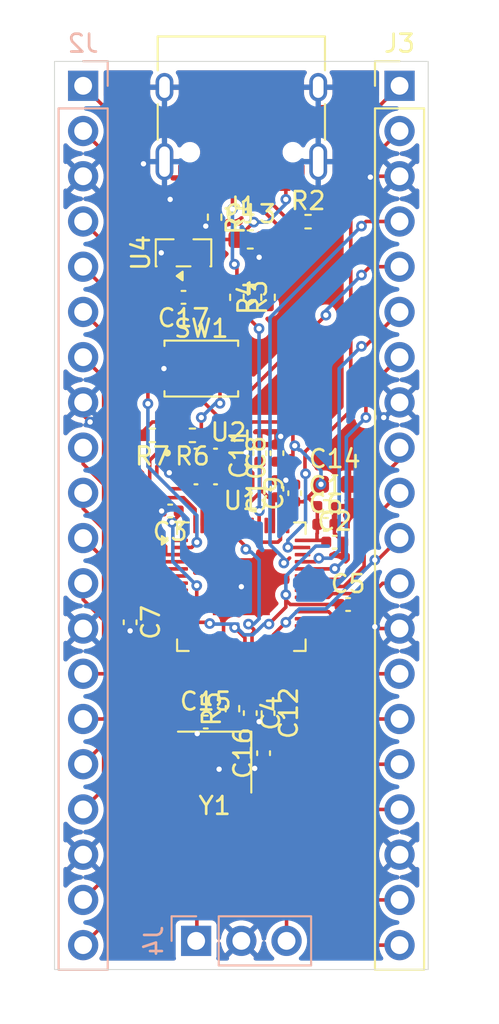
<source format=kicad_pcb>
(kicad_pcb (version 20241229) (generator "pcbnew") (generator_version "9.0")
  (layers (0 "F.Cu" signal) (2 "B.Cu" signal) (13 "F.Paste" user) (15 "B.Paste" user) (5 "F.SilkS" user "F.Silkscreen") (7 "B.SilkS" user "B.Silkscreen") (1 "F.Mask" user) (3 "B.Mask" user) (25 "Edge.Cuts" user))
  (net 0 "")
  (net 1 "+3V3")
  (net 2 "GND")
  (net 3 "+1V1")
  (net 4 "VBUS")
  (net 5 "XIN")
  (net 6 "Net-(C16-Pad2)")
  (net 7 "USB_D-")
  (net 8 "Net-(J1-CC1)")
  (net 9 "USB_D+")
  (net 10 "Net-(J1-CC2)")
  (net 11 "GPIO13")
  (net 12 "GPIO14")
  (net 13 "GPIO1")
  (net 14 "GPIO0")
  (net 15 "GPIO15")
  (net 16 "GPIO2")
  (net 17 "GPIO11")
  (net 18 "GPIO12")
  (net 19 "GPIO8")
  (net 20 "GPIO3")
  (net 21 "GPIO9")
  (net 22 "GPIO10")
  (net 23 "GPIO5")
  (net 24 "GPIO7")
  (net 25 "GPIO4")
  (net 26 "GPIO6")
  (net 27 "GPIO16")
  (net 28 "GPIO22")
  (net 29 "GPIO19")
  (net 30 "GPIO21")
  (net 31 "GPIO26_ADC2")
  (net 32 "GPIO18")
  (net 33 "GPIO23")
  (net 34 "GPIO26_ADC1")
  (net 35 "GPIO17")
  (net 36 "GPIO26_ADC0")
  (net 37 "GPIO20")
  (net 38 "GPIO24")
  (net 39 "GPIO26_ADC3")
  (net 40 "RUN")
  (net 41 "SWD")
  (net 42 "SWCLK")
  (net 43 "Net-(U1-USB_DP)")
  (net 44 "Net-(U1-USB_DM)")
  (net 45 "XOUT")
  (net 46 "Net-(R6-Pad1)")
  (net 47 "QSPI_SS")
  (net 48 "QSPI_SD2")
  (net 49 "QSPI_SD0")
  (net 51 "QSPI_SD1")
  (net 52 "QSPI_SCLK")
  (net 53 "QSPI_SD3")
  (footprint "Resistor_SMD:R_0402_1005Metric" (layer "F.Cu") (at 93.75 42.5)
    (property "Reference" "R2")
    (property "Value" "5k1")
  )
  (footprint "Capacitor_SMD:C_0603_1608Metric" (layer "F.Cu") (at 90.5 43.5)
    (property "Reference" "C13")
    (property "Value" "10uF")
  )
  (footprint "Capacitor_SMD:C_0603_1608Metric" (layer "F.Cu") (at 95.25 57.25)
    (property "Reference" "C14")
    (property "Value" "10uF")
  )
  (footprint "Resistor_SMD:R_0402_1005Metric" (layer "F.Cu") (at 89.5 69.85 90)
    (property "Reference" "R5")
    (property "Value" "1K")
  )
  (footprint "Resistor_SMD:R_0402_1005Metric" (layer "F.Cu") (at 89.75 46.75 -90)
    (property "Reference" "R3")
    (property "Value" "27")
  )
  (footprint "Package_DFN_QFN:QFN-56-1EP_7x7mm_P0.4mm_EP3.2x3.2mm" (layer "F.Cu") (at 90 63)
    (property "Reference" "U1")
    (property "Value" "RP2040")
  )
  (footprint "Capacitor_SMD:C_0402_1005Metric" (layer "F.Cu") (at 93 57.75 90)
    (property "Reference" "C9")
    (property "Value" "100nF")
  )
  (footprint "Capacitor_SMD:C_0402_1005Metric" (layer "F.Cu") (at 94.75 59.5)
    (property "Reference" "C6")
    (property "Value" "100nF")
  )
  (footprint "Capacitor_SMD:C_0402_1005Metric" (layer "F.Cu") (at 92 55.5 90)
    (property "Reference" "C8")
    (property "Value" "100nF")
  )
  (footprint "W25Q16JVUXIQ_TR:IC_W25Q16JVUXIQ_TR" (layer "F.Cu") (at 88 56.25)
    (property "Reference" "U2")
    (property "Value" "W25Q16JVUXIQ_TR")
  )
  (footprint "Resistor_SMD:R_0402_1005Metric" (layer "F.Cu") (at 87.25 54.5 180)
    (property "Reference" "R6")
    (property "Value" "5k1")
  )
  (footprint "Capacitor_SMD:C_0402_1005Metric" (layer "F.Cu") (at 91.04 55.5 90)
    (property "Reference" "C11")
    (property "Value" "100nF")
  )
  (footprint "Capacitor_SMD:C_0402_1005Metric" (layer "F.Cu") (at 88 70.6)
    (property "Reference" "C15")
    (property "Value" "33pF")
  )
  (footprint "Capacitor_SMD:C_0402_1005Metric" (layer "F.Cu") (at 83.75 65 -90)
    (property "Reference" "C7")
    (property "Value" "100nF")
  )
  (footprint "Capacitor_SMD:C_0402_1005Metric" (layer "F.Cu") (at 94.75 58.5)
    (property "Reference" "C1")
    (property "Value" "1uF")
  )
  (footprint "Connector_PinHeader_2.54mm:PinHeader_1x20_P2.54mm_Vertical" (layer "F.Cu") (at 98.89 34.87)
    (property "Reference" "J3")
    (property "Value" "Conn_01x20")
  )
  (footprint "Capacitor_SMD:C_0402_1005Metric" (layer "F.Cu") (at 90.5 70.1 -90)
    (property "Reference" "C4")
    (property "Value" "100nF")
  )
  (footprint "Button_Switch_SMD:SW_Push_SPST_NO_Alps_SKRK" (layer "F.Cu") (at 87.75 50.75)
    (property "Reference" "SW1")
    (property "Value" "SW_Push")
  )
  (footprint "Capacitor_SMD:C_0402_1005Metric" (layer "F.Cu") (at 86.75 46.75 180)
    (property "Reference" "C17")
    (property "Value" "100nF")
  )
  (footprint "Capacitor_SMD:C_0402_1005Metric" (layer "F.Cu") (at 86 58.75 180)
    (property "Reference" "C3")
    (property "Value" "100nF")
  )
  (footprint "Connector_USB:USB_C_Receptacle_HRO_TYPE-C-31-M-12" (layer "F.Cu") (at 90 36 180)
    (property "Reference" "J1")
    (property "Value" "USB_C_Receptacle_USB2.0_14P")
  )
  (footprint "Capacitor_SMD:C_0402_1005Metric" (layer "F.Cu") (at 91.25 72.35 90)
    (property "Reference" "C16")
    (property "Value" "33pF")
  )
  (footprint "Resistor_SMD:R_0402_1005Metric" (layer "F.Cu") (at 91.5 46.75 90)
    (property "Reference" "R4")
    (property "Value" "27")
  )
  (footprint "Capacitor_SMD:C_0402_1005Metric" (layer "F.Cu") (at 96 64)
    (property "Reference" "C5")
    (property "Value" "100nF")
  )
  (footprint "Package_TO_SOT_SMD:SOT-23" (layer "F.Cu") (at 86.75 44.25 90)
    (property "Reference" "U4")
    (property "Value" "MCP1700x-330xxTT")
  )
  (footprint "Resistor_SMD:R_0402_1005Metric" (layer "F.Cu") (at 85 54.5 180)
    (property "Reference" "R7")
    (property "Value" "5k1")
  )
  (footprint "Capacitor_SMD:C_0402_1005Metric" (layer "F.Cu") (at 92 57.5 90)
    (property "Reference" "C10")
    (property "Value" "1uF")
  )
  (footprint "Resistor_SMD:R_0402_1005Metric" (layer "F.Cu") (at 88.5 42.25 -90)
    (property "Reference" "R1")
    (property "Value" "5k1")
  )
  (footprint "Capacitor_SMD:C_0402_1005Metric" (layer "F.Cu") (at 95.25 60.5)
    (property "Reference" "C2")
    (property "Value" "100nF")
  )
  (footprint "Capacitor_SMD:C_0402_1005Metric" (layer "F.Cu") (at 91.5 70.1 -90)
    (property "Reference" "C12")
    (property "Value" "100nF")
  )
  (footprint "Crystal:Crystal_SMD_3225-4Pin_3.2x2.5mm" (layer "F.Cu") (at 88.5 72.85 180)
    (property "Reference" "Y1")
    (property "Value" "12MHz")
  )
  (footprint "Connector_PinHeader_2.54mm:PinHeader_1x20_P2.54mm_Vertical" (layer "B.Cu") (at 81.11 34.87 180)
    (property "Reference" "J2")
    (property "Value" "Conn_01x20")
  )
  (footprint "Connector_PinHeader_2.54mm:PinHeader_1x03_P2.54mm_Vertical" (layer "B.Cu") (at 87.46 82.89 -90)
    (property "Reference" "J4")
    (property "Value" "Conn_01x03")
  )
  (gr_rect (start 79.5 33.5) (end 100.5 84.5) (stroke (width 0.05)) (fill no) (layer "Edge.Cuts"))
  (segment (start 87.25 49.46384) (end 87.23 49.44384) (width 0.2) (layer "F.Cu") (net 1))
  (segment (start 92.420057 55.98) (end 92 55.98) (width 0.2) (layer "F.Cu") (net 1))
  (segment (start 92.5 63.75) (end 92.5 63.449997) (width 0.2) (layer "F.Cu") (net 1))
  (segment (start 89.25 54) (end 87.25 52) (width 0.2) (layer "F.Cu") (net 1))
  (segment (start 89.25 55.5) (end 90.101 54.649) (width 0.2) (layer "F.Cu") (net 1))
  (segment (start 94.25 58.5) (end 93.7375 57.9875) (width 0.2) (layer "F.Cu") (net 1))
  (segment (start 93.7375 57.9875) (end 94.475 57.25) (width 0.2) (layer "F.Cu") (net 1))
  (segment (start 93.4375 64) (end 92.75 64) (width 0.2) (layer "F.Cu") (net 1))
  (segment (start 88.156272 65) (end 87.5 65) (width 0.2) (layer "F.Cu") (net 1))
  (segment (start 85 53.75) (end 84.49 54.26) (width 0.2) (layer "F.Cu") (net 1))
  (segment (start 90.2 66.4375) (end 90.2 65.869916) (width 0.2) (layer "F.Cu") (net 1))
  (segment (start 89.25 55.5) (end 89.25 54) (width 0.2) (layer "F.Cu") (net 1))
  (segment (start 87.23 46.75) (end 87.23 45.6575) (width 0.2) (layer "F.Cu") (net 1))
  (segment (start 88.224438 65.068166) (end 88.156272 65) (width 0.2) (layer "F.Cu") (net 1))
  (segment (start 96.75 45.5) (end 97.22 45.03) (width 0.2) (layer "F.Cu") (net 1))
  (segment (start 86.48 59.008671) (end 86.103932 59.384739) (width 0.2) (layer "F.Cu") (net 1))
  (segment (start 92.2 59.5625) (end 92.2 60.35313) (width 0.2) (layer "F.Cu") (net 1))
  (segment (start 85 64) (end 84.48 64.52) (width 0.2) (layer "F.Cu") (net 1))
  (segment (start 97.22 45.03) (end 98.89 45.03) (width 0.2) (layer "F.Cu") (net 1))
  (segment (start 92.5 64.150057) (end 92.5 63.449997) (width 0.2) (layer "F.Cu") (net 1))
  (segment (start 92.751057 55.649) (end 92.420057 55.98) (width 0.2) (layer "F.Cu") (net 1))
  (segment (start 87.5 64.402226) (end 87.097774 64) (width 0.2) (layer "F.Cu") (net 1))
  (segment (start 93.25 58.23) (end 93.495 58.23) (width 0.2) (layer "F.Cu") (net 1))
  (segment (start 87.25 52) (end 85.5 53.75) (width 0.2) (layer "F.Cu") (net 1))
  (segment (start 94.27 60) (end 94.25 60.02) (width 0.2) (layer "F.Cu") (net 1))
  (segment (start 87.156272 64) (end 86.5625 64) (width 0.2) (layer "F.Cu") (net 1))
  (segment (start 87.23 45.6575) (end 87.7 45.1875) (width 0.2) (layer "F.Cu") (net 1))
  (segment (start 93 58.23) (end 93 59.1625) (width 0.2) (layer "F.Cu") (net 1))
  (segment (start 84.48 64.52) (end 83.75 64.52) (width 0.2) (layer "F.Cu") (net 1))
  (segment (start 94.27 58.5) (end 94.27 59.5) (width 0.2) (layer "F.Cu") (net 1))
  (segment (start 87.5 65) (end 87.5 64.402226) (width 0.2) (layer "F.Cu") (net 1))
  (segment (start 85.5 53.75) (end 85 53.75) (width 0.2) (layer "F.Cu") (net 1))
  (segment (start 91 60.5) (end 90.599 60.099) (width 0.2) (layer "F.Cu") (net 1))
  (segment (start 94.25 60.02) (end 94.25 60.399) (width 0.2) (layer "F.Cu") (net 1))
  (segment (start 92.05313 60.5) (end 91 60.5) (width 0.2) (layer "F.Cu") (net 1))
  (segment (start 90.101 54.649) (end 90.101 54.25) (width 0.2) (layer "F.Cu") (net 1))
  (segment (start 92.89755 55.649) (end 92.751057 55.649) (width 0.2) (layer "F.Cu") (net 1))
  (segment (start 90.601 53.75) (end 92.25 53.75) (width 0.2) (layer "F.Cu") (net 1))
  (segment (start 92.89755 55.08245) (end 92.89755 55.649) (width 0.2) (layer "F.Cu") (net 1))
  (segment (start 91.650057 65) (end 92.5 64.150057) (width 0.2) (layer "F.Cu") (net 1))
  (segment (start 87.25 52) (end 87.25 49.46384) (width 0.2) (layer "F.Cu") (net 1))
  (segment (start 90.2 66.4375) (end 90.2 68.22) (width 0.2) (layer "F.Cu") (net 1))
  (segment (start 92.89755 54.39755) (end 92.89755 55.08245) (width 0.2) (layer "F.Cu") (net 1))
  (segment (start 87.23 49.44384) (end 87.23 46.75) (width 0.2) (layer "F.Cu") (net 1))
  (segment (start 86.48 58.75) (end 86.48 59.008671) (width 0.2) (layer "F.Cu") (net 1))
  (segment (start 87.203136 64.046864) (end 87.156272 64) (width 0.2) (layer "F.Cu") (net 1))
  (segment (start 92.2 59.5625) (end 92.6 59.5625) (width 0.2) (layer "F.Cu") (net 1))
  (segment (start 93 59.1625) (end 92.6 59.5625) (width 0.2) (layer "F.Cu") (net 1))
  (segment (start 94.27 59.5) (end 94.27 60) (width 0.2) (layer "F.Cu") (net 1))
  (segment (start 94.669 60.399) (end 94.25 60.399) (width 0.2) (layer "F.Cu") (net 1))
  (segment (start 90.101 54.25) (end 90.601 53.75) (width 0.2) (layer "F.Cu") (net 1))
  (segment (start 92.25 53.75) (end 92.89755 54.39755) (width 0.2) (layer "F.Cu") (net 1))
  (segment (start 90.599 60.099) (end 90.599 59.7286) (width 0.2) (layer "F.Cu") (net 1))
  (segment (start 87.25 52) (end 87.25 51) (width 0.2) (layer "F.Cu") (net 1))
  (segment (start 93 55.08245) (end 92.89755 55.08245) (width 0.2) (layer "F.Cu") (net 1))
  (segment (start 93.495 58.23) (end 93.7375 57.9875) (width 0.2) (layer "F.Cu") (net 1))
  (segment (start 87.493071 63.756929) (end 87.203136 64.046864) (width 0.2) (layer "F.Cu") (net 1))
  (segment (start 95.52 64) (end 93.4375 64) (width 0.2) (layer "F.Cu") (net 1))
  (segment (start 90.2 65.869916) (end 89.62381 65.293726) (width 0.2) (layer "F.Cu") (net 1))
  (segment (start 94.27 58.5) (end 94.25 58.5) (width 0.2) (layer "F.Cu") (net 1))
  (segment (start 90.2 68.22) (end 90.5 68.52) (width 0.2) (layer "F.Cu") (net 1))
  (segment (start 86.5625 64) (end 85 64) (width 0.2) (layer "F.Cu") (net 1))
  (segment (start 94.75 47.75) (end 90.101 52.399) (width 0.2) (layer "F.Cu") (net 1))
  (segment (start 90.2 59.5625) (end 90.6 59.5625) (width 0.2) (layer "F.Cu") (net 1))
  (segment (start 90.101 52.399) (end 90.101 54.25) (width 0.2) (layer "F.Cu") (net 1))
  (segment (start 92.75 64) (end 92.5 63.75) (width 0.2) (layer "F.Cu") (net 1))
  (segment (start 87.493071 62.937878) (end 87.493071 63.756929) (width 0.2) (layer "F.Cu") (net 1))
  (segment (start 92.2 60.35313) (end 92.05313 60.5) (width 0.2) (layer "F.Cu") (net 1))
  (segment (start 94.25 60.399) (end 93.4375 60.399) (width 0.2) (layer "F.Cu") (net 1))
  (segment (start 84.49 54.26) (end 84.49 54.5) (width 0.2) (layer "F.Cu") (net 1))
  (segment (start 90.5 68.52) (end 90.5 69.62) (width 0.2) (layer "F.Cu") (net 1))
  (via (at 87.493071 62.937878) (size 0.6) (drill 0.3) (layers "F.Cu" "B.Cu") (net 1))
  (via (at 86.103932 59.384739) (size 0.6) (drill 0.3) (layers "F.Cu" "B.Cu") (net 1))
  (via (at 96.75 45.5) (size 0.6) (drill 0.3) (layers "F.Cu" "B.Cu") (net 1))
  (via (at 94.475 57.25) (size 0.6) (drill 0.3) (layers "F.Cu" "B.Cu") (net 1))
  (via (at 89.62381 65.293726) (size 0.6) (drill 0.3) (layers "F.Cu" "B.Cu") (net 1))
  (via (at 93 55.08245) (size 0.6) (drill 0.3) (layers "F.Cu" "B.Cu") (net 1))
  (via (at 94.75 47.75) (size 0.6) (drill 0.3) (layers "F.Cu" "B.Cu") (net 1))
  (via (at 88.224438 65.068166) (size 0.6) (drill 0.3) (layers "F.Cu" "B.Cu") (net 1))
  (via (at 92.5 63.449997) (size 0.6) (drill 0.3) (layers "F.Cu" "B.Cu") (net 1))
  (via (at 91.55147 65.1) (size 0.6) (drill 0.3) (layers "F.Cu" "B.Cu") (net 1))
  (segment (start 86 59.488671) (end 86.103932 59.384739) (width 0.2) (layer "B.Cu") (net 1))
  (segment (start 86 59.5) (end 86 59.488671) (width 0.2) (layer "B.Cu") (net 1))
  (segment (start 91.26749 65.100002) (end 90.866492 65.501) (width 0.2) (layer "B.Cu") (net 1))
  (segment (start 87.493071 62.937878) (end 86.15 61.594807) (width 0.2) (layer "B.Cu") (net 1))
  (segment (start 86.15 61.594807) (end 86.15 59.65) (width 0.2) (layer "B.Cu") (net 1))
  (segment (start 90.866492 65.501) (end 90.848945 65.501) (width 0.2) (layer "B.Cu") (net 1))
  (segment (start 89.799002 65.100002) (end 88.256274 65.100002) (width 0.2) (layer "B.Cu") (net 1))
  (segment (start 93.243285 55.325735) (end 93.325735 55.325735) (width 0.2) (layer "B.Cu") (net 1))
  (segment (start 90.848945 65.501) (end 90.648945 65.701) (width 0.2) (layer "B.Cu") (net 1))
  (segment (start 90.151059 65.701) (end 89.799002 65.348943) (width 0.2) (layer "B.Cu") (net 1))
  (segment (start 94.183807 60.721022) (end 92.5 62.404829) (width 0.2) (layer "B.Cu") (net 1))
  (segment (start 94.75 47.75) (end 94.75 47.5) (width 0.2) (layer "B.Cu") (net 1))
  (segment (start 94.475 56.475) (end 94.475 57.25) (width 0.2) (layer "B.Cu") (net 1))
  (segment (start 93 55.08245) (end 93.243285 55.325735) (width 0.2) (layer "B.Cu") (net 1))
  (segment (start 92.5 62.404829) (end 92.5 63.449997) (width 0.2) (layer "B.Cu") (net 1))
  (segment (start 86.15 59.65) (end 86 59.5) (width 0.2) (layer "B.Cu") (net 1))
  (segment (start 90.648945 65.701) (end 90.151059 65.701) (width 0.2) (layer "B.Cu") (net 1))
  (segment (start 89.799002 65.348943) (end 89.799002 65.100002) (width 0.2) (layer "B.Cu") (net 1))
  (segment (start 91.551468 65.100002) (end 91.26749 65.100002) (width 0.2) (layer "B.Cu") (net 1))
  (segment (start 94.75 47.5) (end 96.75 45.5) (width 0.2) (layer "B.Cu") (net 1))
  (segment (start 91.55147 65.1) (end 91.551468 65.100002) (width 0.2) (layer "B.Cu") (net 1))
  (segment (start 88.256274 65.100002) (end 88.224438 65.068166) (width 0.2) (layer "B.Cu") (net 1))
  (segment (start 94.888387 60.721022) (end 94.183807 60.721022) (width 0.2) (layer "B.Cu") (net 1))
  (segment (start 93.325735 55.325735) (end 94.475 56.475) (width 0.2) (layer "B.Cu") (net 1))
  (segment (start 85.8 44.55) (end 85.5 44.25) (width 0.2) (layer "F.Cu") (net 2))
  (segment (start 85.8 45.1875) (end 85.8 44.55) (width 0.2) (layer "F.Cu") (net 2))
  (segment (start 91.275 43.5) (end 91.275 44.225) (width 0.2) (layer "F.Cu") (net 2))
  (segment (start 95.23 59.5) (end 95.23 60) (width 0.2) (layer "F.Cu") (net 2))
  (segment (start 88.01 42.76) (end 88 42.75) (width 0.2) (layer "F.Cu") (net 2))
  (segment (start 98.89 65.35) (end 97.6 65.35) (width 0.2) (layer "F.Cu") (net 2))
  (segment (start 86.75 40.045) (end 86.75 40.5) (width 0.2) (layer "F.Cu") (net 2))
  (segment (start 85.65 50.75) (end 85.65 49.35) (width 0.2) (layer "F.Cu") (net 2))
  (segment (start 88.5 42.76) (end 88.01 42.76) (width 0.2) (layer "F.Cu") (net 2))
  (segment (start 90.703746 55.02) (end 90.271308 55.452438) (width 0.2) (layer "F.Cu") (net 2))
  (segment (start 89.2 73.7) (end 88.75 73.25) (width 0.2) (layer "F.Cu") (net 2))
  (segment (start 91.04 55.02) (end 90.703746 55.02) (width 0.2) (layer "F.Cu") (net 2))
  (segment (start 95.73 60.5) (end 95.73 61.25) (width 0.2) (layer "F.Cu") (net 2))
  (segment (start 94.26 42.5) (end 94.26 42.49) (width 0.2) (layer "F.Cu") (net 2))
  (segment (start 93.25 40.25) (end 94 41) (width 0.2) (layer "F.Cu") (net 2))
  (segment (start 98.89 52.65) (end 98.85 52.65) (width 0.2) (layer "F.Cu") (net 2))
  (segment (start 86.349998 57) (end 86.75 57) (width 0.2) (layer "F.Cu") (net 2))
  (segment (start 91.5 70.58) (end 90.5 70.58) (width 0.2) (layer "F.Cu") (net 2))
  (segment (start 98.89 39.95) (end 97.3 39.95) (width 0.2) (layer "F.Cu") (net 2))
  (segment (start 86.27 45.6575) (end 85.8 45.1875) (width 0.2) (layer "F.Cu") (net 2))
  (segment (start 86.75 40.5) (end 86 41.25) (width 0.2) (layer "F.Cu") (net 2))
  (segment (start 85.949998 56.6) (end 86.349998 57) (width 0.2) (layer "F.Cu") (net 2))
  (segment (start 81.11 53.36) (end 81.5 53.75) (width 0.2) (layer "F.Cu") (net 2))
  (segment (start 87.52 70.6) (end 87.52 71.88) (width 0.2) (layer "F.Cu") (net 2))
  (segment (start 89.6 73.7) (end 89.2 73.7) (width 0.2) (layer "F.Cu") (net 2))
  (segment (start 92 54.770607) (end 92.21104 54.559567) (width 0.2) (layer "F.Cu") (net 2))
  (segment (start 90.665 73.415) (end 90.750825 73.329175) (width 0.2) (layer "F.Cu") (net 2))
  (segment (start 94.32 34.95) (end 93.05 34.95) (width 0.2) (layer "F.Cu") (net 2))
  (segment (start 97.6 65.35) (end 97.5 65.25) (width 0.2) (layer "F.Cu") (net 2))
  (segment (start 91.275 44.225) (end 91 44.5) (width 0.2) (layer "F.Cu") (net 2))
  (segment (start 90.750825 73.329175) (end 90.750825 73.204187) (width 0.2) (layer "F.Cu") (net 2))
  (segment (start 97.3 39.95) (end 97.25 40) (width 0.2) (layer "F.Cu") (net 2))
  (segment (start 89 66.4375) (end 89 64) (width 0.2) (layer "F.Cu") (net 2))
  (segment (start 87.52 71.88) (end 87.4 72) (width 0.2) (layer "F.Cu") (net 2))
  (segment (start 93.25 40.045) (end 93.25 40.25) (width 0.2) (layer "F.Cu") (net 2))
  (segment (start 93.05 34.95) (end 93 35) (width 0.2) (layer "F.Cu") (net 2))
  (segment (start 85.65 49.35) (end 86 49) (width 0.2) (layer "F.Cu") (net 2))
  (segment (start 85.68 39.13) (end 84.62 39.13) (width 0.2) (layer "F.Cu") (net 2))
  (segment (start 89.6 73.7) (end 90.38 73.7) (width 0.2) (layer "F.Cu") (net 2))
  (segment (start 95.23 60) (end 95.73 60.5) (width 0.2) (layer "F.Cu") (net 2))
  (segment (start 86.27 46.75) (end 86.27 45.6575) (width 0.2) (layer "F.Cu") (net 2))
  (segment (start 95.23 58.5) (end 95.23 59.5) (width 0.2) (layer "F.Cu") (net 2))
  (segment (start 81.11 52.65) (end 81.11 53.36) (width 0.2) (layer "F.Cu") (net 2))
  (segment (start 90.38 73.7) (end 90.665 73.415) (width 0.2) (layer "F.Cu") (net 2))
  (segment (start 90.665 73.415) (end 91.25 72.83) (width 0.2) (layer "F.Cu") (net 2))
  (segment (start 92 55.02) (end 92 54.770607) (width 0.2) (layer "F.Cu") (net 2))
  (segment (start 98.85 52.65) (end 98 53.5) (width 0.2) (layer "F.Cu") (net 2))
  (segment (start 89 64) (end 90 63) (width 0.2) (layer "F.Cu") (net 2))
  (segment (start 84.62 39.13) (end 84.5 39.25) (width 0.2) (layer "F.Cu") (net 2))
  (via (at 86 41.25) (size 0.6) (drill 0.3) (layers "F.Cu" "B.Cu") (net 2))
  (via (at 85.65 50.75) (size 0.6) (drill 0.3) (layers "F.Cu" "B.Cu") (net 2))
  (via (at 81.5 53.75) (size 0.6) (drill 0.3) (layers "F.Cu" "B.Cu") (net 2))
  (via (at 97.5 65.25) (size 0.6) (drill 0.3) (layers "F.Cu" "B.Cu") (net 2))
  (via (at 85.949998 56.6) (size 0.6) (drill 0.3) (layers "F.Cu" "B.Cu") (net 2))
  (via (at 91 70.58) (size 0.6) (drill 0.3) (layers "F.Cu" "B.Cu") (net 2))
  (via (at 91 44.5) (size 0.6) (drill 0.3) (layers "F.Cu" "B.Cu") (net 2))
  (via (at 92.5 57.02) (size 0.6) (drill 0.3) (layers "F.Cu" "B.Cu") (net 2))
  (via (at 88.75 73.25) (size 0.6) (drill 0.3) (layers "F.Cu" "B.Cu") (net 2))
  (via (at 88 42.75) (size 0.6) (drill 0.3) (layers "F.Cu" "B.Cu") (net 2))
  (via (at 84.5 39.25) (size 0.6) (drill 0.3) (layers "F.Cu" "B.Cu") (net 2))
  (via (at 90.271308 55.452438) (size 0.6) (drill 0.3) (layers "F.Cu" "B.Cu") (net 2))
  (via (at 90.750825 73.204187) (size 0.6) (drill 0.3) (layers "F.Cu" "B.Cu") (net 2))
  (via (at 85.5 44.25) (size 0.6) (drill 0.3) (layers "F.Cu" "B.Cu") (net 2))
  (via (at 87.52 71.25) (size 0.6) (drill 0.3) (layers "F.Cu" "B.Cu") (net 2))
  (via (at 97.25 40) (size 0.6) (drill 0.3) (layers "F.Cu" "B.Cu") (net 2))
  (via (at 92.21104 54.559567) (size 0.6) (drill 0.3) (layers "F.Cu" "B.Cu") (net 2))
  (via (at 90 63) (size 0.6) (drill 0.3) (layers "F.Cu" "B.Cu") (net 2))
  (via (at 85.52 58.75) (size 0.6) (drill 0.3) (layers "F.Cu" "B.Cu") (net 2))
  (via (at 98 53.5) (size 0.6) (drill 0.3) (layers "F.Cu" "B.Cu") (net 2))
  (via (at 83.75 65.48) (size 0.6) (drill 0.3) (layers "F.Cu" "B.Cu") (net 2))
  (segment (start 84.5 50.75) (end 85.65 50.75) (width 0.2) (layer "B.Cu") (net 2))
  (segment (start 81.5 53.75) (end 84.5 50.75) (width 0.2) (layer "B.Cu") (net 2))
  (segment (start 90.25 60.75) (end 89.8 60.3) (width 0.2) (layer "F.Cu") (net 3))
  (segment (start 89.8 58.95) (end 91.04 57.71) (width 0.2) (layer "F.Cu") (net 3))
  (segment (start 91.8 59.5625) (end 91.8 58.18) (width 0.2) (layer "F.Cu") (net 3))
  (segment (start 91.04 57.5) (end 91.52 57.98) (width 0.2) (layer "F.Cu") (net 3))
  (segment (start 90.700392 65.549608) (end 90.6 65.65) (width 0.2) (layer "F.Cu") (net 3))
  (segment (start 90.6 67.6) (end 91.5 68.5) (width 0.2) (layer "F.Cu") (net 3))
  (segment (start 91.8 58.18) (end 92 57.98) (width 0.2) (layer "F.Cu") (net 3))
  (segment (start 89.8 60.3) (end 89.8 59.5625) (width 0.2) (layer "F.Cu") (net 3))
  (segment (start 91.04 57.71) (end 91.04 57.5) (width 0.2) (layer "F.Cu") (net 3))
  (segment (start 91.52 57.98) (end 92 57.98) (width 0.2) (layer "F.Cu") (net 3))
  (segment (start 90.6 66.4375) (end 90.6 67.6) (width 0.2) (layer "F.Cu") (net 3))
  (segment (start 89.8 59.5625) (end 89.8 58.95) (width 0.2) (layer "F.Cu") (net 3))
  (segment (start 91.5 68.5) (end 91.5 69.62) (width 0.2) (layer "F.Cu") (net 3))
  (segment (start 90.6 65.65) (end 90.6 66.4375) (width 0.2) (layer "F.Cu") (net 3))
  (segment (start 90.25 60.899998) (end 90.25 60.75) (width 0.2) (layer "F.Cu") (net 3))
  (segment (start 90.700392 65.40039) (end 90.700392 65.549608) (width 0.2) (layer "F.Cu") (net 3))
  (segment (start 91.04 57.5) (end 91.04 55.98) (width 0.2) (layer "F.Cu") (net 3))
  (segment (start 90.400002 65.1) (end 90.700392 65.40039) (width 0.2) (layer "F.Cu") (net 3))
  (via (at 90.25 60.899998) (size 0.6) (drill 0.3) (layers "F.Cu" "B.Cu") (net 3))
  (via (at 90.400002 65.1) (size 0.6) (drill 0.3) (layers "F.Cu" "B.Cu") (net 3))
  (segment (start 90.401473 61.051471) (end 90.551471 61.051471) (width 0.2) (layer "B.Cu") (net 3))
  (segment (start 90.551471 61.051471) (end 91 61.5) (width 0.2) (layer "B.Cu") (net 3))
  (segment (start 91 61.5) (end 91 64.800392) (width 0.2) (layer "B.Cu") (net 3))
  (segment (start 90.700392 65.1) (end 90.400002 65.1) (width 0.2) (layer "B.Cu") (net 3))
  (segment (start 90.25 60.899998) (end 90.401473 61.051471) (width 0.2) (layer "B.Cu") (net 3))
  (segment (start 91 64.800392) (end 90.700392 65.1) (width 0.2) (layer "B.Cu") (net 3))
  (segment (start 94.482992 36.051) (end 97.709 36.051) (width 0.2) (layer "F.Cu") (net 4))
  (segment (start 90.699999 42.525001) (end 89.725 43.5) (width 0.2) (layer "F.Cu") (net 4))
  (segment (start 92.214 39.809) (end 92.45 40.045) (width 0.2) (layer "F.Cu") (net 4))
  (segment (start 92.214 38.319992) (end 94.482992 36.051) (width 0.2) (layer "F.Cu") (net 4))
  (segment (start 86.75 41.75) (end 87.55 40.95) (width 0.2) (layer "F.Cu") (net 4))
  (segment (start 97.709 36.051) (end 98.89 34.87) (width 0.2) (layer "F.Cu") (net 4))
  (segment (start 92.214 38.319992) (end 92.214 39.809) (width 0.2) (layer "F.Cu") (net 4))
  (segment (start 89.725 43.5) (end 86.9375 43.5) (width 0.2) (layer "F.Cu") (net 4))
  (segment (start 87.55 40.95) (end 87.55 40.045) (width 0.2) (layer "F.Cu") (net 4))
  (segment (start 86.9375 43.5) (end 86.75 43.3125) (width 0.2) (layer "F.Cu") (net 4))
  (segment (start 92.5 41.25) (end 92.5 40.095) (width 0.2) (layer "F.Cu") (net 4))
  (segment (start 86.75 41.75) (end 86.75 43.3125) (width 0.2) (layer "F.Cu") (net 4))
  (segment (start 92.5 40.095) (end 92.45 40.045) (width 0.2) (layer "F.Cu") (net 4))
  (via (at 90.699999 42.525001) (size 0.6) (drill 0.3) (layers "F.Cu" "B.Cu") (net 4))
  (via (at 92.5 41.25) (size 0.6) (drill 0.3) (layers "F.Cu" "B.Cu") (net 4))
  (segment (start 91.474999 42.525001) (end 92.538265 41.461735) (width 0.2) (layer "B.Cu") (net 4))
  (segment (start 90.699999 42.525001) (end 91.474999 42.525001) (width 0.2) (layer "B.Cu") (net 4))
  (segment (start 92.5 41.42347) (end 92.5 41.25) (width 0.2) (layer "B.Cu") (net 4))
  (segment (start 92.538265 41.461735) (end 92.5 41.42347) (width 0.2) (layer "B.Cu") (net 4))
  (segment (start 88.48 72.62) (end 88.48 70.6) (width 0.2) (layer "F.Cu") (net 5))
  (segment (start 89.4 67.35) (end 88.75 68) (width 0.2) (layer "F.Cu") (net 5))
  (segment (start 89.4 66.4375) (end 89.4 67.35) (width 0.2) (layer "F.Cu") (net 5))
  (segment (start 88.48 68.77) (end 88.48 70.6) (width 0.2) (layer "F.Cu") (net 5))
  (segment (start 88.75 68) (end 88.75 68.5) (width 0.2) (layer "F.Cu") (net 5))
  (segment (start 88.75 68.5) (end 88.48 68.77) (width 0.2) (layer "F.Cu") (net 5))
  (segment (start 87.4 73.7) (end 88.48 72.62) (width 0.2) (layer "F.Cu") (net 5))
  (segment (start 89.6 71.75) (end 91.13 71.75) (width 0.2) (layer "F.Cu") (net 6))
  (segment (start 89.5 71.9) (end 89.6 72) (width 0.2) (layer "F.Cu") (net 6))
  (segment (start 89.5 70.36) (end 89.5 71.9) (width 0.2) (layer "F.Cu") (net 6))
  (segment (start 92.026 45.714) (end 92.026 42.676) (width 0.2) (layer "F.Cu") (net 7))
  (segment (start 91 41.65) (end 90.75 41.4) (width 0.2) (layer "F.Cu") (net 7))
  (segment (start 89.75 38.5) (end 89.75 40.045) (width 0.2) (layer "F.Cu") (net 7))
  (segment (start 90 38.25) (end 89.75 38.5) (width 0.2) (layer "F.Cu") (net 7))
  (segment (start 91.5 46.24) (end 92.026 45.714) (width 0.2) (layer "F.Cu") (net 7))
  (segment (start 90.75 41.4) (end 90.75 40.045) (width 0.2) (layer "F.Cu") (net 7))
  (segment (start 90.5 38.25) (end 90 38.25) (width 0.2) (layer "F.Cu") (net 7))
  (segment (start 92.026 42.676) (end 91 41.65) (width 0.2) (layer "F.Cu") (net 7))
  (segment (start 90.75 38.5) (end 90.5 38.25) (width 0.2) (layer "F.Cu") (net 7))
  (segment (start 90.75 40.045) (end 90.75 38.5) (width 0.2) (layer "F.Cu") (net 7))
  (segment (start 91.25 41.022) (end 91.25 40.045) (width 0.2) (layer "F.Cu") (net 8))
  (segment (start 93.24 42.5) (end 92.728 42.5) (width 0.2) (layer "F.Cu") (net 8))
  (segment (start 92.728 42.5) (end 91.25 41.022) (width 0.2) (layer "F.Cu") (net 8))
  (segment (start 89.321 41.071) (end 89.25 41) (width 0.2) (layer "F.Cu") (net 9))
  (segment (start 89.5 41.071) (end 89.321 41.071) (width 0.2) (layer "F.Cu") (net 9))
  (segment (start 90.25 40.045) (end 90.25 41.022) (width 0.2) (layer "F.Cu") (net 9))
  (segment (start 89.5 41.791221) (end 89.5 41.071) (width 0.2) (layer "F.Cu") (net 9))
  (segment (start 89.75 45.03154) (end 89.75 46.24) (width 0.2) (layer "F.Cu") (net 9))
  (segment (start 89.60923 44.89077) (end 89.75 45.03154) (width 0.2) (layer "F.Cu") (net 9))
  (segment (start 90.201 41.071) (end 89.5 41.071) (width 0.2) (layer "F.Cu") (net 9))
  (segment (start 89.25 41.022) (end 89.25 41) (width 0.2) (layer "F.Cu") (net 9))
  (segment (start 89.25 41) (end 89.25 40.045) (width 0.2) (layer "F.Cu") (net 9))
  (segment (start 90.25 41.022) (end 90.201 41.071) (width 0.2) (layer "F.Cu") (net 9))
  (via (at 89.5 41.791221) (size 0.6) (drill 0.3) (layers "F.Cu" "B.Cu") (net 9))
  (via (at 89.60923 44.89077) (size 0.6) (drill 0.3) (layers "F.Cu" "B.Cu") (net 9))
  (segment (start 89.60923 44.89077) (end 89.5 44.78154) (width 0.2) (layer "B.Cu") (net 9))
  (segment (start 89.5 44.78154) (end 89.5 41.791221) (width 0.2) (layer "B.Cu") (net 9))
  (segment (start 88.25 41.49) (end 88.5 41.74) (width 0.2) (layer "F.Cu") (net 10))
  (segment (start 88.25 40.045) (end 88.25 41.49) (width 0.2) (layer "F.Cu") (net 10))
  (segment (start 81.11 75.51) (end 82.261 74.359) (width 0.2) (layer "F.Cu") (net 11))
  (segment (start 87.8 66.972774) (end 87.8 66.4375) (width 0.2) (layer "F.Cu") (net 11))
  (segment (start 82.261 72.511774) (end 87.8 66.972774) (width 0.2) (layer "F.Cu") (net 11))
  (segment (start 82.261 74.359) (end 82.261 72.511774) (width 0.2) (layer "F.Cu") (net 11))
  (segment (start 82.7 79) (end 81.11 80.59) (width 0.2) (layer "F.Cu") (net 12))
  (segment (start 87.75 68.08245) (end 82.75 73.08245) (width 0.2) (layer "F.Cu") (net 12))
  (segment (start 82.75 79) (end 82.7 79) (width 0.2) (layer "F.Cu") (net 12))
  (segment (start 88.2 66.4375) (end 88.2 67.18245) (width 0.2) (layer "F.Cu") (net 12))
  (segment (start 82.75 73.08245) (end 82.75 79) (width 0.2) (layer "F.Cu") (net 12))
  (segment (start 88.2 67.18245) (end 87.75 67.63245) (width 0.2) (layer "F.Cu") (net 12))
  (segment (start 87.75 67.63245) (end 87.75 68.08245) (width 0.2) (layer "F.Cu") (net 12))
  (segment (start 84.75 59.099943) (end 84.75 57.5671) (width 0.2) (layer "F.Cu") (net 13))
  (segment (start 86.5625 61.2) (end 85.8 61.2) (width 0.2) (layer "F.Cu") (net 13))
  (segment (start 83.25 39.55) (end 83.25 41) (width 0.2) (layer "F.Cu") (net 13))
  (segment (start 83.919 56.07574) (end 83.919 41.669) (width 0.2) (layer "F.Cu") (net 13))
  (segment (start 84.448 56.60474) (end 83.919 56.07574) (width 0.2) (layer "F.Cu") (net 13))
  (segment (start 85.58906 59.939003) (end 84.75 59.099943) (width 0.2) (layer "F.Cu") (net 13))
  (segment (start 85.75 61.15) (end 85.75 60.75) (width 0.2) (layer "F.Cu") (net 13))
  (segment (start 85.8 61.2) (end 85.75 61.15) (width 0.2) (layer "F.Cu") (net 13))
  (segment (start 83.25 41) (end 83.919 41.669) (width 0.2) (layer "F.Cu") (net 13))
  (segment (start 85.75 60.75) (end 85.58906 60.58906) (width 0.2) (layer "F.Cu") (net 13))
  (segment (start 81.11 37.41) (end 83.25 39.55) (width 0.2) (layer "F.Cu") (net 13))
  (segment (start 84.448 57.2651) (end 84.448 56.60474) (width 0.2) (layer "F.Cu") (net 13))
  (segment (start 85.58906 60.58906) (end 85.58906 59.939003) (width 0.2) (layer "F.Cu") (net 13))
  (segment (start 84.75 57.5671) (end 84.448 57.2651) (width 0.2) (layer "F.Cu") (net 13))
  (segment (start 86.5625 60.8) (end 87.203445 60.8) (width 0.2) (layer "F.Cu") (net 14))
  (segment (start 87.203445 60.8) (end 87.497378 60.506067) (width 0.2) (layer "F.Cu") (net 14))
  (segment (start 83.75 37.51) (end 81.11 34.87) (width 0.2) (layer "F.Cu") (net 14))
  (segment (start 84.74888 52.722799) (end 84.74888 41.74888) (width 0.2) (layer "F.Cu") (net 14))
  (segment (start 84.74888 41.74888) (end 83.75 40.75) (width 0.2) (layer "F.Cu") (net 14))
  (segment (start 83.75 40.75) (end 83.75 37.51) (width 0.2) (layer "F.Cu") (net 14))
  (via (at 84.74888 52.722799) (size 0.6) (drill 0.3) (layers "F.Cu" "B.Cu") (net 14))
  (via (at 87.497378 60.506067) (size 0.6) (drill 0.3) (layers "F.Cu" "B.Cu") (net 14))
  (segment (start 87.497378 60.506067) (end 87.5 60.503445) (width 0.2) (layer "B.Cu") (net 14))
  (segment (start 87.5 59) (end 84.74888 56.24888) (width 0.2) (layer "B.Cu") (net 14))
  (segment (start 87.5 60.503445) (end 87.5 59) (width 0.2) (layer "B.Cu") (net 14))
  (segment (start 84.74888 56.24888) (end 84.74888 52.722799) (width 0.2) (layer "B.Cu") (net 14))
  (segment (start 88.25 68.25) (end 84 72.5) (width 0.2) (layer "F.Cu") (net 15))
  (segment (start 84 80.24) (end 81.11 83.13) (width 0.2) (layer "F.Cu") (net 15))
  (segment (start 84 72.5) (end 84 80.24) (width 0.2) (layer "F.Cu") (net 15))
  (segment (start 88.25 67.75) (end 88.25 68.25) (width 0.2) (layer "F.Cu") (net 15))
  (segment (start 88.6 67.4) (end 88.25 67.75) (width 0.2) (layer "F.Cu") (net 15))
  (segment (start 88.6 66.4375) (end 88.6 67.4) (width 0.2) (layer "F.Cu") (net 15))
  (segment (start 84.2701 59.687143) (end 84.2701 58.5201) (width 0.2) (layer "F.Cu") (net 16))
  (segment (start 85 60.417043) (end 84.2701 59.687143) (width 0.2) (layer "F.Cu") (net 16))
  (segment (start 84.2701 58.5201) (end 84 58.25) (width 0.2) (layer "F.Cu") (net 16))
  (segment (start 84 58.25) (end 84 56.72384) (width 0.2) (layer "F.Cu") (net 16))
  (segment (start 86.5625 61.6) (end 85.1 61.6) (width 0.2) (layer "F.Cu") (net 16))
  (segment (start 83.45 44.88) (end 83.45 44.83) (width 0.2) (layer "F.Cu") (net 16))
  (segment (start 83.5 56.22384) (end 83.5 44.93) (width 0.2) (layer "F.Cu") (net 16))
  (segment (start 84 56.72384) (end 83.5 56.22384) (width 0.2) (layer "F.Cu") (net 16))
  (segment (start 83.5 44.93) (end 83.45 44.88) (width 0.2) (layer "F.Cu") (net 16))
  (segment (start 85.1 61.6) (end 85 61.5) (width 0.2) (layer "F.Cu") (net 16))
  (segment (start 85 61.5) (end 85 60.417043) (width 0.2) (layer "F.Cu") (net 16))
  (segment (start 83.45 44.83) (end 81.11 42.49) (width 0.2) (layer "F.Cu") (net 16))
  (segment (start 82.26034 70.43) (end 81.11 70.43) (width 0.2) (layer "F.Cu") (net 17))
  (segment (start 86.5625 66.12784) (end 82.26034 70.43) (width 0.2) (layer "F.Cu") (net 17))
  (segment (start 86.5625 65.6) (end 86.5625 66.12784) (width 0.2) (layer "F.Cu") (net 17))
  (segment (start 81.11 72.97) (end 87.4 66.68) (width 0.2) (layer "F.Cu") (net 18))
  (segment (start 87.4 66.68) (end 87.4 66.4375) (width 0.2) (layer "F.Cu") (net 18))
  (segment (start 86.5625 64.4) (end 85.35 64.4) (width 0.2) (layer "F.Cu") (net 19))
  (segment (start 84.75 65.75) (end 84.25 66.25) (width 0.2) (layer "F.Cu") (net 19))
  (segment (start 82.261 64.261) (end 82.261 61.421) (width 0.2) (layer "F.Cu") (net 19))
  (segment (start 84.25 66.25) (end 83.25 66.25) (width 0.2) (layer "F.Cu") (net 19))
  (segment (start 82.261 61.421) (end 81.11 60.27) (width 0.2) (layer "F.Cu") (net 19))
  (segment (start 85.35 64.4) (end 84.75 65) (width 0.2) (layer "F.Cu") (net 19))
  (segment (start 84.75 65) (end 84.75 65.75) (width 0.2) (layer "F.Cu") (net 19))
  (segment (start 83.25 66.25) (end 82.75 65.75) (width 0.2) (layer "F.Cu") (net 19))
  (segment (start 82.75 65.75) (end 82.75 64.75) (width 0.2) (layer "F.Cu") (net 19))
  (segment (start 82.75 64.75) (end 82.261 64.261) (width 0.2) (layer "F.Cu") (net 19))
  (segment (start 84.5 60.65616) (end 83.8691 60.02526) (width 0.2) (layer "F.Cu") (net 20))
  (segment (start 83.8691 58.9051) (end 83.464 58.5) (width 0.2) (layer "F.Cu") (net 20))
  (segment (start 83.099 47.019) (end 81.11 45.03) (width 0.2) (layer "F.Cu") (net 20))
  (segment (start 83.099 56.38994) (end 83.099 47.019) (width 0.2) (layer "F.Cu") (net 20))
  (segment (start 83.464 58.5) (end 83.464 56.75494) (width 0.2) (layer "F.Cu") (net 20))
  (segment (start 83.8691 60.02526) (end 83.8691 58.9051) (width 0.2) (layer "F.Cu") (net 20))
  (segment (start 84.5 61.806672) (end 84.5 60.65616) (width 0.2) (layer "F.Cu") (net 20))
  (segment (start 86.5625 62) (end 84.693328 62) (width 0.2) (layer "F.Cu") (net 20))
  (segment (start 84.693328 62) (end 84.5 61.806672) (width 0.2) (layer "F.Cu") (net 20))
  (segment (start 83.464 56.75494) (end 83.099 56.38994) (width 0.2) (layer "F.Cu") (net 20))
  (segment (start 82.261 64.87324) (end 82.261 65.989) (width 0.2) (layer "F.Cu") (net 21))
  (segment (start 83 66.75) (end 84.5 66.75) (width 0.2) (layer "F.Cu") (net 21))
  (segment (start 85.7 64.8) (end 86.5625 64.8) (width 0.2) (layer "F.Cu") (net 21))
  (segment (start 85.349 65.151) (end 85.7 64.8) (width 0.2) (layer "F.Cu") (net 21))
  (segment (start 82.25 66) (end 83 66.75) (width 0.2) (layer "F.Cu") (net 21))
  (segment (start 81.11 63.72224) (end 82.261 64.87324) (width 0.2) (layer "F.Cu") (net 21))
  (segment (start 81.11 62.81) (end 81.11 63.72224) (width 0.2) (layer "F.Cu") (net 21))
  (segment (start 82.261 65.989) (end 82.25 66) (width 0.2) (layer "F.Cu") (net 21))
  (segment (start 85.349 65.901) (end 85.349 65.151) (width 0.2) (layer "F.Cu") (net 21))
  (segment (start 84.5 66.75) (end 85.349 65.901) (width 0.2) (layer "F.Cu") (net 21))
  (segment (start 85.75 65.375) (end 85.75 66.25) (width 0.2) (layer "F.Cu") (net 22))
  (segment (start 85.75 66.25) (end 84.11 67.89) (width 0.2) (layer "F.Cu") (net 22))
  (segment (start 84.11 67.89) (end 81.11 67.89) (width 0.2) (layer "F.Cu") (net 22))
  (segment (start 86.5625 65.2) (end 85.925 65.2) (width 0.2) (layer "F.Cu") (net 22))
  (segment (start 85.925 65.2) (end 85.75 65.375) (width 0.2) (layer "F.Cu") (net 22))
  (segment (start 83.0671 60.4329) (end 83.0671 59.25) (width 0.2) (layer "F.Cu") (net 23))
  (segment (start 86.5625 62.8) (end 83.85955 62.8) (width 0.2) (layer "F.Cu") (net 23))
  (segment (start 83.0671 59.25) (end 82.662 58.8449) (width 0.2) (layer "F.Cu") (net 23))
  (segment (start 82.662 57.08714) (end 82.261 56.68614) (width 0.2) (layer "F.Cu") (net 23))
  (segment (start 83.85955 62.8) (end 83.55955 62.5) (width 0.2) (layer "F.Cu") (net 23))
  (segment (start 82.261 51.261) (end 81.11 50.11) (width 0.2) (layer "F.Cu") (net 23))
  (segment (start 82.261 56.68614) (end 82.261 51.261) (width 0.2) (layer "F.Cu") (net 23))
  (segment (start 83.55955 60.92535) (end 83.0671 60.4329) (width 0.2) (layer "F.Cu") (net 23))
  (segment (start 83.55955 62.5) (end 83.55955 60.92535) (width 0.2) (layer "F.Cu") (net 23))
  (segment (start 82.662 58.8449) (end 82.662 57.08714) (width 0.2) (layer "F.Cu") (net 23))
  (segment (start 82.75 63.25) (end 82.75 61.25) (width 0.2) (layer "F.Cu") (net 24))
  (segment (start 82.75 61.25) (end 82.25388 60.75388) (width 0.2) (layer "F.Cu") (net 24))
  (segment (start 82.261 59.79324) (end 82.25 59.78224) (width 0.2) (layer "F.Cu") (net 24))
  (segment (start 81.11 58.61) (end 81.11 57.73) (width 0.2) (layer "F.Cu") (net 24))
  (segment (start 82.25 59.78224) (end 82.25 59.75) (width 0.2) (layer "F.Cu") (net 24))
  (segment (start 82.25388 60.75388) (end 82.261 60.74676) (width 0.2) (layer "F.Cu") (net 24))
  (segment (start 83.1 63.6) (end 82.75 63.25) (width 0.2) (layer "F.Cu") (net 24))
  (segment (start 86.5625 63.6) (end 83.1 63.6) (width 0.2) (layer "F.Cu") (net 24))
  (segment (start 82.25 59.75) (end 81.11 58.61) (width 0.2) (layer "F.Cu") (net 24))
  (segment (start 82.261 60.74676) (end 82.261 59.79324) (width 0.2) (layer "F.Cu") (net 24))
  (segment (start 84 62.25) (end 84 60.72326) (width 0.2) (layer "F.Cu") (net 25))
  (segment (start 86.5625 62.4) (end 84.15 62.4) (width 0.2) (layer "F.Cu") (net 25))
  (segment (start 84.15 62.4) (end 84 62.25) (width 0.2) (layer "F.Cu") (net 25))
  (segment (start 83.4681 59.0839) (end 83.063 58.6788) (width 0.2) (layer "F.Cu") (net 25))
  (segment (start 83.4681 60.19136) (end 83.4681 59.0839) (width 0.2) (layer "F.Cu") (net 25))
  (segment (start 84 60.72326) (end 83.4681 60.19136) (width 0.2) (layer "F.Cu") (net 25))
  (segment (start 82.662 56.52004) (end 82.662 49.122) (width 0.2) (layer "F.Cu") (net 25))
  (segment (start 82.662 49.122) (end 81.11 47.57) (width 0.2) (layer "F.Cu") (net 25))
  (segment (start 83.063 58.6788) (end 83.063 56.92104) (width 0.2) (layer "F.Cu") (net 25))
  (segment (start 83.063 56.92104) (end 82.662 56.52004) (width 0.2) (layer "F.Cu") (net 25))
  (segment (start 82.261 57.25324) (end 81.58676 56.579) (width 0.2) (layer "F.Cu") (net 26))
  (segment (start 82.261 59.011) (end 82.261 57.25324) (width 0.2) (layer "F.Cu") (net 26))
  (segment (start 86.5625 63.2) (end 83.2671 63.2) (width 0.2) (layer "F.Cu") (net 26))
  (segment (start 81.11 56.11) (end 81.11 55.19) (width 0.2) (layer "F.Cu") (net 26))
  (segment (start 83.2671 63.2) (end 83.15855 63.09145) (width 0.2) (layer "F.Cu") (net 26))
  (segment (start 83.15855 61.09145) (end 82.662 60.5949) (width 0.2) (layer "F.Cu") (net 26))
  (segment (start 82.662 60.5949) (end 82.662 59.412) (width 0.2) (layer "F.Cu") (net 26))
  (segment (start 83.15855 63.09145) (end 83.15855 61.09145) (width 0.2) (layer "F.Cu") (net 26))
  (segment (start 82.662 59.412) (end 82.261 59.011) (width 0.2) (layer "F.Cu") (net 26))
  (segment (start 81.579 56.579) (end 81.11 56.11) (width 0.2) (layer "F.Cu") (net 26))
  (segment (start 81.58676 56.579) (end 81.579 56.579) (width 0.2) (layer "F.Cu") (net 26))
  (segment (start 93 79.495) (end 93 67.8) (width 0.2) (layer "F.Cu") (net 27))
  (segment (start 93 67.8) (end 92.2 67) (width 0.2) (layer "F.Cu") (net 27))
  (segment (start 98.89 83.13) (end 96.635 83.13) (width 0.2) (layer "F.Cu") (net 27))
  (segment (start 92.2 66.4375) (end 92.2 67) (width 0.2) (layer "F.Cu") (net 27))
  (segment (start 96.635 83.13) (end 93 79.495) (width 0.2) (layer "F.Cu") (net 27))
  (segment (start 94.9 63.6) (end 95.111 63.389) (width 0.2) (layer "F.Cu") (net 28))
  (segment (start 95.111 63.389) (end 97.361 63.389) (width 0.2) (layer "F.Cu") (net 28))
  (segment (start 93.4375 63.6) (end 94.9 63.6) (width 0.2) (layer "F.Cu") (net 28))
  (segment (start 97.94 62.81) (end 98.89 62.81) (width 0.2) (layer "F.Cu") (net 28))
  (segment (start 97.361 63.389) (end 97.94 62.81) (width 0.2) (layer "F.Cu") (net 28))
  (segment (start 98.89 72.97) (end 95.22 72.97) (width 0.2) (layer "F.Cu") (net 29))
  (segment (start 94.5 65.5) (end 94.2 65.2) (width 0.2) (layer "F.Cu") (net 29))
  (segment (start 95.22 72.97) (end 94.5 72.25) (width 0.2) (layer "F.Cu") (net 29))
  (segment (start 94.5 72.25) (end 94.5 65.5) (width 0.2) (layer "F.Cu") (net 29))
  (segment (start 94.2 65.2) (end 93.4375 65.2) (width 0.2) (layer "F.Cu") (net 29))
  (segment (start 98.89 67.89) (end 95.89 67.89) (width 0.2) (layer "F.Cu") (net 30))
  (segment (start 94.9 64.4) (end 93.4375 64.4) (width 0.2) (layer "F.Cu") (net 30))
  (segment (start 95.89 67.89) (end 95.5 67.5) (width 0.2) (layer "F.Cu") (net 30))
  (segment (start 95.5 65) (end 94.9 64.4) (width 0.2) (layer "F.Cu") (net 30))
  (segment (start 95.5 67.5) (end 95.5 65) (width 0.2) (layer "F.Cu") (net 30))
  (segment (start 97.01 42.49) (end 98.89 42.49) (width 0.2) (layer "F.Cu") (net 31))
  (segment (start 96.75 42.75) (end 97.01 42.49) (width 0.2) (layer "F.Cu") (net 31))
  (segment (start 92.387957 61.668342) (end 92.387957 61.504863) (width 0.2) (layer "F.Cu") (net 31))
  (segment (start 92.433884 61.668342) (end 92.714231 61.387995) (width 0.2) (layer "F.Cu") (net 31))
  (segment (start 92.387957 61.668342) (end 92.433884 61.668342) (width 0.2) (layer "F.Cu") (net 31))
  (via (at 92.387957 61.668342) (size 0.6) (drill 0.3) (layers "F.Cu" "B.Cu") (net 31))
  (via (at 96.75 42.75) (size 0.6) (drill 0.3) (layers "F.Cu" "B.Cu") (net 31))
  (segment (start 92.387957 61.668342) (end 92.377594 61.657979) (width 0.2) (layer "B.Cu") (net 31))
  (segment (start 91.61104 47.88896) (end 96.75 42.75) (width 0.2) (layer "B.Cu") (net 31))
  (segment (start 91.61104 60.632994) (end 91.61104 47.88896) (width 0.2) (layer "B.Cu") (net 31))
  (segment (start 92.377594 61.399548) (end 91.61104 60.632994) (width 0.2) (layer "B.Cu") (net 31))
  (segment (start 92.377594 61.657979) (end 92.377594 61.399548) (width 0.2) (layer "B.Cu") (net 31))
  (segment (start 94.76 75.51) (end 93.901 74.651) (width 0.2) (layer "F.Cu") (net 32))
  (segment (start 98.89 75.51) (end 94.76 75.51) (width 0.2) (layer "F.Cu") (net 32))
  (segment (start 93.901 74.651) (end 93.901 66.0635) (width 0.2) (layer "F.Cu") (net 32))
  (segment (start 93.901 66.0635) (end 93.4375 65.6) (width 0.2) (layer "F.Cu") (net 32))
  (segment (start 96.899 61.851) (end 96.899 59.721) (width 0.2) (layer "F.Cu") (net 33))
  (segment (start 94.7329 63.2) (end 94.9449 62.988) (width 0.2) (layer "F.Cu") (net 33))
  (segment (start 95.762 62.988) (end 96.899 61.851) (width 0.2) (layer "F.Cu") (net 33))
  (segment (start 93.4375 63.2) (end 94.7329 63.2) (width 0.2) (layer "F.Cu") (net 33))
  (segment (start 94.9449 62.988) (end 95.762 62.988) (width 0.2) (layer "F.Cu") (net 33))
  (segment (start 96.899 59.721) (end 98.89 57.73) (width 0.2) (layer "F.Cu") (net 33))
  (segment (start 94.154772 61.6) (end 93.4375 61.6) (width 0.2) (layer "F.Cu") (net 34))
  (segment (start 96.96 49.5) (end 98.89 47.57) (width 0.2) (layer "F.Cu") (net 34))
  (segment (start 96.75 49.5) (end 96.96 49.5) (width 0.2) (layer "F.Cu") (net 34))
  (segment (start 94.354771 61.400001) (end 94.154772 61.6) (width 0.2) (layer "F.Cu") (net 34))
  (via (at 94.354771 61.400001) (size 0.6) (drill 0.3) (layers "F.Cu" "B.Cu") (net 34))
  (via (at 96.75 49.5) (size 0.6) (drill 0.3) (layers "F.Cu" "B.Cu") (net 34))
  (segment (start 94.354771 61.400001) (end 95.057937 61.400001) (width 0.2) (layer "B.Cu") (net 34))
  (segment (start 95.497 60.960938) (end 95.497 50.753) (width 0.2) (layer "B.Cu") (net 34))
  (segment (start 95.057937 61.400001) (end 95.497 60.960938) (width 0.2) (layer "B.Cu") (net 34))
  (segment (start 95.497 50.753) (end 96.75 49.5) (width 0.2) (layer "B.Cu") (net 34))
  (segment (start 93.5 67.3375) (end 93.5 79) (width 0.2) (layer "F.Cu") (net 35))
  (segment (start 92.6 66.4375) (end 93.5 67.3375) (width 0.2) (layer "F.Cu") (net 35))
  (segment (start 93.5 79) (end 95.09 80.59) (width 0.2) (layer "F.Cu") (net 35))
  (segment (start 95.09 80.59) (end 98.89 80.59) (width 0.2) (layer "F.Cu") (net 35))
  (segment (start 95.25 61.987) (end 95.237 62) (width 0.2) (layer "F.Cu") (net 36))
  (segment (start 97 53.5) (end 97 52) (width 0.2) (layer "F.Cu") (net 36))
  (segment (start 97 52) (end 98.89 50.11) (width 0.2) (layer "F.Cu") (net 36))
  (segment (start 95.237 62) (end 93.4375 62) (width 0.2) (layer "F.Cu") (net 36))
  (via (at 97 53.5) (size 0.6) (drill 0.3) (layers "F.Cu" "B.Cu") (net 36))
  (via (at 95.25 61.987) (size 0.6) (drill 0.3) (layers "F.Cu" "B.Cu") (net 36))
  (segment (start 95.898 61.404185) (end 95.898 54.602) (width 0.2) (layer "B.Cu") (net 36))
  (segment (start 95.315185 61.987) (end 95.898 61.404185) (width 0.2) (layer "B.Cu") (net 36))
  (segment (start 95.898 54.602) (end 97 53.5) (width 0.2) (layer "B.Cu") (net 36))
  (segment (start 95.25 61.987) (end 95.315185 61.987) (width 0.2) (layer "B.Cu") (net 36))
  (segment (start 95 65.25) (end 94.55 64.8) (width 0.2) (layer "F.Cu") (net 37))
  (segment (start 98.89 70.43) (end 95.43 70.43) (width 0.2) (layer "F.Cu") (net 37))
  (segment (start 94.55 64.8) (end 93.4375 64.8) (width 0.2) (layer "F.Cu") (net 37))
  (segment (start 95.43 70.43) (end 95 70) (width 0.2) (layer "F.Cu") (net 37))
  (segment (start 95 70) (end 95 65.25) (width 0.2) (layer "F.Cu") (net 37))
  (segment (start 95.5959 62.587) (end 96.498 61.6849) (width 0.2) (layer "F.Cu") (net 38))
  (segment (start 96.498 59.502) (end 97.5 58.5) (width 0.2) (layer "F.Cu") (net 38))
  (segment (start 98.89 55.86) (end 98.89 55.19) (width 0.2) (layer "F.Cu") (net 38))
  (segment (start 94.45 62.8) (end 94.663 62.587) (width 0.2) (layer "F.Cu") (net 38))
  (segment (start 97.5 58.5) (end 97.5 57.25) (width 0.2) (layer "F.Cu") (net 38))
  (segment (start 93.4375 62.8) (end 94.45 62.8) (width 0.2) (layer "F.Cu") (net 38))
  (segment (start 94.663 62.587) (end 95.5959 62.587) (width 0.2) (layer "F.Cu") (net 38))
  (segment (start 97.5 57.25) (end 98.89 55.86) (width 0.2) (layer "F.Cu") (net 38))
  (segment (start 96.498 61.6849) (end 96.498 59.502) (width 0.2) (layer "F.Cu") (net 38))
  (segment (start 94.5 54.5) (end 93.575735 55.424265) (width 0.2) (layer "F.Cu") (net 39))
  (segment (start 94.75 54.5) (end 94.5 54.5) (width 0.2) (layer "F.Cu") (net 39))
  (segment (start 93.4375 60.8) (end 92.627669 60.8) (width 0.2) (layer "F.Cu") (net 39))
  (segment (start 92.627669 60.8) (end 92.614664 60.786995) (width 0.2) (layer "F.Cu") (net 39))
  (segment (start 93.575735 56.629499) (end 93.605084 56.658848) (width 0.2) (layer "F.Cu") (net 39))
  (segment (start 98.89 37.41) (end 96.149 40.151) (width 0.2) (layer "F.Cu") (net 39))
  (segment (start 96.149 53.101) (end 94.75 54.5) (width 0.2) (layer "F.Cu") (net 39))
  (segment (start 93.575735 56.424265) (end 93.575735 56.629499) (width 0.2) (layer "F.Cu") (net 39))
  (segment (start 96.149 40.151) (end 96.149 53.101) (width 0.2) (layer "F.Cu") (net 39))
  (segment (start 93.605084 56.658848) (end 93.606999 56.658848) (width 0.2) (layer "F.Cu") (net 39))
  (segment (start 93.575735 55.424265) (end 93.575735 56.424265) (width 0.2) (layer "F.Cu") (net 39))
  (via (at 93.606999 56.658848) (size 0.6) (drill 0.3) (layers "F.Cu" "B.Cu") (net 39))
  (via (at 92.614664 60.786995) (size 0.6) (drill 0.3) (layers "F.Cu" "B.Cu") (net 39))
  (segment (start 92.614664 60.786995) (end 92.614664 60.385336) (width 0.2) (layer "B.Cu") (net 39))
  (segment (start 92.614664 60.385336) (end 93.606999 59.393001) (width 0.2) (layer "B.Cu") (net 39))
  (segment (start 93.606999 59.393001) (end 93.606999 56.658848) (width 0.2) (layer "B.Cu") (net 39))
  (segment (start 97.5 61.5) (end 97.66 61.5) (width 0.2) (layer "F.Cu") (net 40))
  (segment (start 97.66 61.5) (end 98.89 60.27) (width 0.2) (layer "F.Cu") (net 40))
  (segment (start 91.8 65.7) (end 91.8 66.4375) (width 0.2) (layer "F.Cu") (net 40))
  (segment (start 92.5 65) (end 91.8 65.7) (width 0.2) (layer "F.Cu") (net 40))
  (via (at 92.5 65) (size 0.6) (drill 0.3) (layers "F.Cu" "B.Cu") (net 40))
  (via (at 97.5 61.5) (size 0.6) (drill 0.3) (layers "F.Cu" "B.Cu") (net 40))
  (segment (start 94.75 64.25) (end 97.5 61.5) (width 0.2) (layer "B.Cu") (net 40))
  (segment (start 93.25 64.25) (end 94.75 64.25) (width 0.2) (layer "B.Cu") (net 40))
  (segment (start 92.5 65) (end 93.25 64.25) (width 0.2) (layer "B.Cu") (net 40))
  (segment (start 91.4 67.15) (end 91.55855 67.30855) (width 0.2) (layer "F.Cu") (net 41))
  (segment (start 91.94145 67.30855) (end 92.599 67.9661) (width 0.2) (layer "F.Cu") (net 41))
  (segment (start 91.55855 67.30855) (end 91.94145 67.30855) (width 0.2) (layer "F.Cu") (net 41))
  (segment (start 92.599 67.9661) (end 92.599 73.901) (width 0.2) (layer "F.Cu") (net 41))
  (segment (start 92.599 73.901) (end 92.54 73.96) (width 0.2) (layer "F.Cu") (net 41))
  (segment (start 92.54 73.96) (end 92.54 82.89) (width 0.2) (layer "F.Cu") (net 41))
  (segment (start 91.4 66.4375) (end 91.4 67.15) (width 0.2) (layer "F.Cu") (net 41))
  (segment (start 92.54 82.89) (end 92.75 82.68) (width 0.2) (layer "F.Cu") (net 41))
  (segment (start 92.111 68.111) (end 92.111 72.90655) (width 0.2) (layer "F.Cu") (net 42))
  (segment (start 91.75 67.75) (end 92.111 68.111) (width 0.2) (layer "F.Cu") (net 42))
  (segment (start 91 67.4329) (end 91.3171 67.75) (width 0.2) (layer "F.Cu") (net 42))
  (segment (start 91 66.4375) (end 91 67.4329) (width 0.2) (layer "F.Cu") (net 42))
  (segment (start 91.3171 67.75) (end 91.75 67.75) (width 0.2) (layer "F.Cu") (net 42))
  (segment (start 87.5 78.25) (end 87.5 82.85) (width 0.2) (layer "F.Cu") (net 42))
  (segment (start 92.198 73.552) (end 87.5 78.25) (width 0.2) (layer "F.Cu") (net 42))
  (segment (start 92.198 72.99355) (end 92.198 73.552) (width 0.2) (layer "F.Cu") (net 42))
  (segment (start 87.5 82.85) (end 87.46 82.89) (width 0.2) (layer "F.Cu") (net 42))
  (segment (start 92.111 72.90655) (end 92.198 72.99355) (width 0.2) (layer "F.Cu") (net 42))
  (segment (start 91 58.751956) (end 91.01004 58.741916) (width 0.2) (layer "F.Cu") (net 43))
  (segment (start 91 59.5625) (end 91 58.751956) (width 0.2) (layer "F.Cu") (net 43))
  (segment (start 90.995 48.505) (end 89.75 47.26) (width 0.2) (layer "F.Cu") (net 43))
  (via (at 91.01004 58.741916) (size 0.6) (drill 0.3) (layers "F.Cu" "B.Cu") (net 43))
  (via (at 90.995 48.505) (size 0.6) (drill 0.3) (layers "F.Cu" "B.Cu") (net 43))
  (segment (start 90.995 51.495) (end 91.01004 51.51004) (width 0.2) (layer "B.Cu") (net 43))
  (segment (start 90.995 48.505) (end 90.995 51.495) (width 0.2) (layer "B.Cu") (net 43))
  (segment (start 91.01004 51.51004) (end 91.01004 58.741916) (width 0.2) (layer "B.Cu") (net 43))
  (segment (start 89.8 66.4375) (end 89.8 67.94) (width 0.2) (layer "F.Cu") (net 45))
  (segment (start 89.5 68.24) (end 89.5 69.34) (width 0.2) (layer "F.Cu") (net 45))
  (segment (start 89.8 67.94) (end 89.5 68.24) (width 0.2) (layer "F.Cu") (net 45))
  (segment (start 87.76 54.5) (end 87.76 54.44) (width 0.2) (layer "F.Cu") (net 46))
  (segment (start 87.75 54.49) (end 87.76 54.5) (width 0.2) (layer "F.Cu") (net 46))
  (segment (start 88.799265 51.800735) (end 88.799265 52.700735) (width 0.2) (layer "F.Cu") (net 46))
  (segment (start 87.75 53.5) (end 87.75 54.49) (width 0.2) (layer "F.Cu") (net 46))
  (segment (start 89.85 50.75) (end 88.799265 51.800735) (width 0.2) (layer "F.Cu") (net 46))
  (via (at 88.799265 52.700735) (size 0.6) (drill 0.3) (layers "F.Cu" "B.Cu") (net 46))
  (via (at 87.75 53.5) (size 0.6) (drill 0.3) (layers "F.Cu" "B.Cu") (net 46))
  (segment (start 88.799265 52.700735) (end 88.549265 52.700735) (width 0.2) (layer "B.Cu") (net 46))
  (segment (start 88.549265 52.700735) (end 87.75 53.5) (width 0.2) (layer "B.Cu") (net 46))
  (segment (start 85.51 54.5) (end 86.74 54.5) (width 0.2) (layer "F.Cu") (net 47))
  (segment (start 86.74 54.5) (end 86.74 55.49) (width 0.2) (layer "F.Cu") (net 47))
  (segment (start 87.4 59.5625) (end 87.4 58.65) (width 0.2) (layer "F.Cu") (net 47))
  (segment (start 84.849 55.901) (end 85.25 55.5) (width 0.2) (layer "F.Cu") (net 47))
  (segment (start 87.4 58.65) (end 86.75 58) (width 0.2) (layer "F.Cu") (net 47))
  (segment (start 84.849 57.099) (end 84.849 55.901) (width 0.2) (layer "F.Cu") (net 47))
  (segment (start 86.75 58) (end 85.75 58) (width 0.2) (layer "F.Cu") (net 47))
  (segment (start 85.75 58) (end 84.849 57.099) (width 0.2) (layer "F.Cu") (net 47))
  (segment (start 85.25 55.5) (end 86.75 55.5) (width 0.2) (layer "F.Cu") (net 47))
  (segment (start 86.74 55.49) (end 86.75 55.5) (width 0.2) (layer "F.Cu") (net 47))
  (segment (start 87.5 57.25) (end 87.5 56.698) (width 0.2) (layer "F.Cu") (net 48))
  (segment (start 87.5 56.698) (end 87.302 56.5) (width 0.2) (layer "F.Cu") (net 48))
  (segment (start 88.199 57.75) (end 88 57.75) (width 0.2) (layer "F.Cu") (net 48))
  (segment (start 88.2 59.5625) (end 88.2 57.8171) (width 0.2) (layer "F.Cu") (net 48))
  (segment (start 86.851 56.549) (end 86.802 56.5) (width 0.2) (layer "F.Cu") (net 48))
  (segment (start 88.199 57.8161) (end 88.199 57.75) (width 0.2) (layer "F.Cu") (net 48))
  (segment (start 88 57.75) (end 87.5 57.25) (width 0.2) (layer "F.Cu") (net 48))
  (segment (start 88.2 57.8171) (end 88.199 57.8161) (width 0.2) (layer "F.Cu") (net 48))
  (segment (start 87.302 56.5) (end 86.75 56.5) (width 0.2) (layer "F.Cu") (net 48))
  (segment (start 89.25 57) (end 88.6 57.65) (width 0.2) (layer "F.Cu") (net 49))
  (segment (start 88.6 57.65) (end 88.6 59.5625) (width 0.2) (layer "F.Cu") (net 49))
  (segment (start 85.25 56.75) (end 85.25 56.25) (width 0.2) (layer "F.Cu") (net 51))
  (segment (start 87.8 58.3) (end 87 57.5) (width 0.2) (layer "F.Cu") (net 51))
  (segment (start 87 57.5) (end 86 57.5) (width 0.2) (layer "F.Cu") (net 51))
  (segment (start 86 57.5) (end 85.25 56.75) (width 0.2) (layer "F.Cu") (net 51))
  (segment (start 85.25 56.25) (end 85.5 56) (width 0.2) (layer "F.Cu") (net 51))
  (segment (start 87.8 59.5625) (end 87.8 58.3) (width 0.2) (layer "F.Cu") (net 51))
  (segment (start 85.5 56) (end 86.75 56) (width 0.2) (layer "F.Cu") (net 51))
  (segment (start 89 58.4329) (end 89 59.5625) (width 0.2) (layer "F.Cu") (net 52))
  (segment (start 89.802 56.5) (end 90 56.698) (width 0.2) (layer "F.Cu") (net 52))
  (segment (start 90 56.698) (end 90 57.4329) (width 0.2) (layer "F.Cu") (net 52))
  (segment (start 89.351 56.549) (end 89.302 56.5) (width 0.2) (layer "F.Cu") (net 52))
  (segment (start 90 57.4329) (end 89 58.4329) (width 0.2) (layer "F.Cu") (net 52))
  (segment (start 89.25 56.5) (end 89.802 56.5) (width 0.2) (layer "F.Cu") (net 52))
  (segment (start 89.4 58.6) (end 90.639 57.361) (width 0.2) (layer "F.Cu") (net 53))
  (segment (start 90.026 56) (end 89.25 56) (width 0.2) (layer "F.Cu") (net 53))
  (segment (start 90.639 56.613) (end 90.026 56) (width 0.2) (layer "F.Cu") (net 53))
  (segment (start 90.639 57.361) (end 90.639 56.613) (width 0.2) (layer "F.Cu") (net 53))
  (segment (start 89.4 59.5625) (end 89.4 58.6) (width 0.2) (layer "F.Cu") (net 53))
  (zone (net 2) (net_name "GND") (layers "F.Cu" "B.Cu") (connect_pads (clearance 0.3)) (min_thickness 0.25) (fill yes (thermal_gap 0.3) (thermal_bridge_width 0.3))
    (polygon (pts (xy 76.662122 31.3833) (xy 103.022122 31.3833) (xy 102.937122 85.6233) (xy 76.577122 85.6233)))
  )
)
</source>
